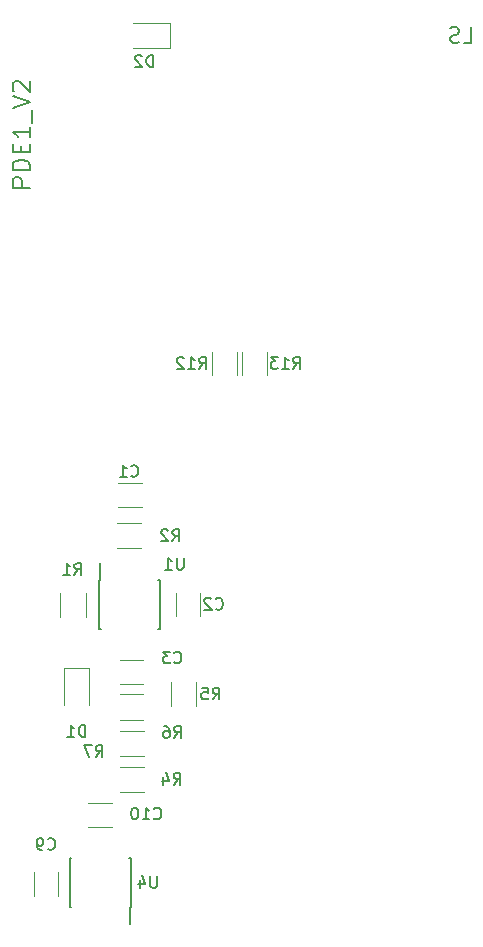
<source format=gbr>
G04 #@! TF.FileFunction,Legend,Bot*
%FSLAX46Y46*%
G04 Gerber Fmt 4.6, Leading zero omitted, Abs format (unit mm)*
G04 Created by KiCad (PCBNEW 4.0.6) date 08/22/19 22:43:54*
%MOMM*%
%LPD*%
G01*
G04 APERTURE LIST*
%ADD10C,0.100000*%
%ADD11C,0.170000*%
%ADD12C,0.150000*%
%ADD13C,0.120000*%
G04 APERTURE END LIST*
D10*
D11*
X153689571Y-62389285D02*
X152189571Y-62389285D01*
X152189571Y-61817857D01*
X152261000Y-61674999D01*
X152332429Y-61603571D01*
X152475286Y-61532142D01*
X152689571Y-61532142D01*
X152832429Y-61603571D01*
X152903857Y-61674999D01*
X152975286Y-61817857D01*
X152975286Y-62389285D01*
X153689571Y-60889285D02*
X152189571Y-60889285D01*
X152189571Y-60532142D01*
X152261000Y-60317857D01*
X152403857Y-60174999D01*
X152546714Y-60103571D01*
X152832429Y-60032142D01*
X153046714Y-60032142D01*
X153332429Y-60103571D01*
X153475286Y-60174999D01*
X153618143Y-60317857D01*
X153689571Y-60532142D01*
X153689571Y-60889285D01*
X152903857Y-59389285D02*
X152903857Y-58889285D01*
X153689571Y-58674999D02*
X153689571Y-59389285D01*
X152189571Y-59389285D01*
X152189571Y-58674999D01*
X153689571Y-57246428D02*
X153689571Y-58103571D01*
X153689571Y-57674999D02*
X152189571Y-57674999D01*
X152403857Y-57817856D01*
X152546714Y-57960714D01*
X152618143Y-58103571D01*
X153832429Y-56960714D02*
X153832429Y-55817857D01*
X152189571Y-55675000D02*
X153689571Y-55175000D01*
X152189571Y-54675000D01*
X152332429Y-54246429D02*
X152261000Y-54175000D01*
X152189571Y-54032143D01*
X152189571Y-53675000D01*
X152261000Y-53532143D01*
X152332429Y-53460714D01*
X152475286Y-53389286D01*
X152618143Y-53389286D01*
X152832429Y-53460714D01*
X153689571Y-54317857D01*
X153689571Y-53389286D01*
D12*
X190377667Y-50113095D02*
X190996714Y-50113095D01*
X190996714Y-48813095D01*
X190006238Y-50051190D02*
X189820524Y-50113095D01*
X189511000Y-50113095D01*
X189387190Y-50051190D01*
X189325286Y-49989286D01*
X189263381Y-49865476D01*
X189263381Y-49741667D01*
X189325286Y-49617857D01*
X189387190Y-49555952D01*
X189511000Y-49494048D01*
X189758619Y-49432143D01*
X189882428Y-49370238D01*
X189944333Y-49308333D01*
X190006238Y-49184524D01*
X190006238Y-49060714D01*
X189944333Y-48936905D01*
X189882428Y-48875000D01*
X189758619Y-48813095D01*
X189449095Y-48813095D01*
X189263381Y-48875000D01*
D13*
X163111000Y-89445000D02*
X161111000Y-89445000D01*
X161111000Y-87405000D02*
X163111000Y-87405000D01*
X168081000Y-96675000D02*
X168081000Y-98675000D01*
X166041000Y-98675000D02*
X166041000Y-96675000D01*
X163261000Y-104395000D02*
X161261000Y-104395000D01*
X161261000Y-102355000D02*
X163261000Y-102355000D01*
X156081000Y-120325000D02*
X156081000Y-122325000D01*
X154041000Y-122325000D02*
X154041000Y-120325000D01*
X158611000Y-114455000D02*
X160611000Y-114455000D01*
X160611000Y-116495000D02*
X158611000Y-116495000D01*
X156241000Y-96725000D02*
X156241000Y-98725000D01*
X158381000Y-98725000D02*
X158381000Y-96725000D01*
X163061000Y-90755000D02*
X161061000Y-90755000D01*
X161061000Y-92895000D02*
X163061000Y-92895000D01*
X161311000Y-113545000D02*
X163311000Y-113545000D01*
X163311000Y-111405000D02*
X161311000Y-111405000D01*
X167731000Y-106275000D02*
X167731000Y-104275000D01*
X165591000Y-104275000D02*
X165591000Y-106275000D01*
X163261000Y-105305000D02*
X161261000Y-105305000D01*
X161261000Y-107445000D02*
X163261000Y-107445000D01*
X161311000Y-110495000D02*
X163311000Y-110495000D01*
X163311000Y-108355000D02*
X161311000Y-108355000D01*
X171181000Y-78275000D02*
X171181000Y-76275000D01*
X169041000Y-76275000D02*
X169041000Y-78275000D01*
X173731000Y-78275000D02*
X173731000Y-76275000D01*
X171591000Y-76275000D02*
X171591000Y-78275000D01*
D12*
X159536000Y-95600000D02*
X159586000Y-95600000D01*
X159536000Y-99750000D02*
X159681000Y-99750000D01*
X164686000Y-99750000D02*
X164541000Y-99750000D01*
X164686000Y-95600000D02*
X164541000Y-95600000D01*
X159536000Y-95600000D02*
X159536000Y-99750000D01*
X164686000Y-95600000D02*
X164686000Y-99750000D01*
X159586000Y-95600000D02*
X159586000Y-94200000D01*
X162186000Y-123300000D02*
X162136000Y-123300000D01*
X162186000Y-119150000D02*
X162041000Y-119150000D01*
X157036000Y-119150000D02*
X157181000Y-119150000D01*
X157036000Y-123300000D02*
X157181000Y-123300000D01*
X162186000Y-123300000D02*
X162186000Y-119150000D01*
X157036000Y-123300000D02*
X157036000Y-119150000D01*
X162136000Y-123300000D02*
X162136000Y-124700000D01*
D13*
X156551000Y-103025000D02*
X158671000Y-103025000D01*
X156551000Y-106225000D02*
X156551000Y-103025000D01*
X158671000Y-103025000D02*
X158671000Y-106225000D01*
X165561000Y-48465000D02*
X165561000Y-50585000D01*
X162361000Y-48465000D02*
X165561000Y-48465000D01*
X165561000Y-50585000D02*
X162361000Y-50585000D01*
D12*
X162227666Y-86782143D02*
X162275285Y-86829762D01*
X162418142Y-86877381D01*
X162513380Y-86877381D01*
X162656238Y-86829762D01*
X162751476Y-86734524D01*
X162799095Y-86639286D01*
X162846714Y-86448810D01*
X162846714Y-86305952D01*
X162799095Y-86115476D01*
X162751476Y-86020238D01*
X162656238Y-85925000D01*
X162513380Y-85877381D01*
X162418142Y-85877381D01*
X162275285Y-85925000D01*
X162227666Y-85972619D01*
X161275285Y-86877381D02*
X161846714Y-86877381D01*
X161561000Y-86877381D02*
X161561000Y-85877381D01*
X161656238Y-86020238D01*
X161751476Y-86115476D01*
X161846714Y-86163095D01*
X169377666Y-98032143D02*
X169425285Y-98079762D01*
X169568142Y-98127381D01*
X169663380Y-98127381D01*
X169806238Y-98079762D01*
X169901476Y-97984524D01*
X169949095Y-97889286D01*
X169996714Y-97698810D01*
X169996714Y-97555952D01*
X169949095Y-97365476D01*
X169901476Y-97270238D01*
X169806238Y-97175000D01*
X169663380Y-97127381D01*
X169568142Y-97127381D01*
X169425285Y-97175000D01*
X169377666Y-97222619D01*
X168996714Y-97222619D02*
X168949095Y-97175000D01*
X168853857Y-97127381D01*
X168615761Y-97127381D01*
X168520523Y-97175000D01*
X168472904Y-97222619D01*
X168425285Y-97317857D01*
X168425285Y-97413095D01*
X168472904Y-97555952D01*
X169044333Y-98127381D01*
X168425285Y-98127381D01*
X165877666Y-102582143D02*
X165925285Y-102629762D01*
X166068142Y-102677381D01*
X166163380Y-102677381D01*
X166306238Y-102629762D01*
X166401476Y-102534524D01*
X166449095Y-102439286D01*
X166496714Y-102248810D01*
X166496714Y-102105952D01*
X166449095Y-101915476D01*
X166401476Y-101820238D01*
X166306238Y-101725000D01*
X166163380Y-101677381D01*
X166068142Y-101677381D01*
X165925285Y-101725000D01*
X165877666Y-101772619D01*
X165544333Y-101677381D02*
X164925285Y-101677381D01*
X165258619Y-102058333D01*
X165115761Y-102058333D01*
X165020523Y-102105952D01*
X164972904Y-102153571D01*
X164925285Y-102248810D01*
X164925285Y-102486905D01*
X164972904Y-102582143D01*
X165020523Y-102629762D01*
X165115761Y-102677381D01*
X165401476Y-102677381D01*
X165496714Y-102629762D01*
X165544333Y-102582143D01*
X155177666Y-118382143D02*
X155225285Y-118429762D01*
X155368142Y-118477381D01*
X155463380Y-118477381D01*
X155606238Y-118429762D01*
X155701476Y-118334524D01*
X155749095Y-118239286D01*
X155796714Y-118048810D01*
X155796714Y-117905952D01*
X155749095Y-117715476D01*
X155701476Y-117620238D01*
X155606238Y-117525000D01*
X155463380Y-117477381D01*
X155368142Y-117477381D01*
X155225285Y-117525000D01*
X155177666Y-117572619D01*
X154701476Y-118477381D02*
X154511000Y-118477381D01*
X154415761Y-118429762D01*
X154368142Y-118382143D01*
X154272904Y-118239286D01*
X154225285Y-118048810D01*
X154225285Y-117667857D01*
X154272904Y-117572619D01*
X154320523Y-117525000D01*
X154415761Y-117477381D01*
X154606238Y-117477381D01*
X154701476Y-117525000D01*
X154749095Y-117572619D01*
X154796714Y-117667857D01*
X154796714Y-117905952D01*
X154749095Y-118001190D01*
X154701476Y-118048810D01*
X154606238Y-118096429D01*
X154415761Y-118096429D01*
X154320523Y-118048810D01*
X154272904Y-118001190D01*
X154225285Y-117905952D01*
X164153857Y-115782143D02*
X164201476Y-115829762D01*
X164344333Y-115877381D01*
X164439571Y-115877381D01*
X164582429Y-115829762D01*
X164677667Y-115734524D01*
X164725286Y-115639286D01*
X164772905Y-115448810D01*
X164772905Y-115305952D01*
X164725286Y-115115476D01*
X164677667Y-115020238D01*
X164582429Y-114925000D01*
X164439571Y-114877381D01*
X164344333Y-114877381D01*
X164201476Y-114925000D01*
X164153857Y-114972619D01*
X163201476Y-115877381D02*
X163772905Y-115877381D01*
X163487191Y-115877381D02*
X163487191Y-114877381D01*
X163582429Y-115020238D01*
X163677667Y-115115476D01*
X163772905Y-115163095D01*
X162582429Y-114877381D02*
X162487190Y-114877381D01*
X162391952Y-114925000D01*
X162344333Y-114972619D01*
X162296714Y-115067857D01*
X162249095Y-115258333D01*
X162249095Y-115496429D01*
X162296714Y-115686905D01*
X162344333Y-115782143D01*
X162391952Y-115829762D01*
X162487190Y-115877381D01*
X162582429Y-115877381D01*
X162677667Y-115829762D01*
X162725286Y-115782143D01*
X162772905Y-115686905D01*
X162820524Y-115496429D01*
X162820524Y-115258333D01*
X162772905Y-115067857D01*
X162725286Y-114972619D01*
X162677667Y-114925000D01*
X162582429Y-114877381D01*
X157427666Y-95177381D02*
X157761000Y-94701190D01*
X157999095Y-95177381D02*
X157999095Y-94177381D01*
X157618142Y-94177381D01*
X157522904Y-94225000D01*
X157475285Y-94272619D01*
X157427666Y-94367857D01*
X157427666Y-94510714D01*
X157475285Y-94605952D01*
X157522904Y-94653571D01*
X157618142Y-94701190D01*
X157999095Y-94701190D01*
X156475285Y-95177381D02*
X157046714Y-95177381D01*
X156761000Y-95177381D02*
X156761000Y-94177381D01*
X156856238Y-94320238D01*
X156951476Y-94415476D01*
X157046714Y-94463095D01*
X165727666Y-92327381D02*
X166061000Y-91851190D01*
X166299095Y-92327381D02*
X166299095Y-91327381D01*
X165918142Y-91327381D01*
X165822904Y-91375000D01*
X165775285Y-91422619D01*
X165727666Y-91517857D01*
X165727666Y-91660714D01*
X165775285Y-91755952D01*
X165822904Y-91803571D01*
X165918142Y-91851190D01*
X166299095Y-91851190D01*
X165346714Y-91422619D02*
X165299095Y-91375000D01*
X165203857Y-91327381D01*
X164965761Y-91327381D01*
X164870523Y-91375000D01*
X164822904Y-91422619D01*
X164775285Y-91517857D01*
X164775285Y-91613095D01*
X164822904Y-91755952D01*
X165394333Y-92327381D01*
X164775285Y-92327381D01*
X165827666Y-112927381D02*
X166161000Y-112451190D01*
X166399095Y-112927381D02*
X166399095Y-111927381D01*
X166018142Y-111927381D01*
X165922904Y-111975000D01*
X165875285Y-112022619D01*
X165827666Y-112117857D01*
X165827666Y-112260714D01*
X165875285Y-112355952D01*
X165922904Y-112403571D01*
X166018142Y-112451190D01*
X166399095Y-112451190D01*
X164970523Y-112260714D02*
X164970523Y-112927381D01*
X165208619Y-111879762D02*
X165446714Y-112594048D01*
X164827666Y-112594048D01*
X169127666Y-105727381D02*
X169461000Y-105251190D01*
X169699095Y-105727381D02*
X169699095Y-104727381D01*
X169318142Y-104727381D01*
X169222904Y-104775000D01*
X169175285Y-104822619D01*
X169127666Y-104917857D01*
X169127666Y-105060714D01*
X169175285Y-105155952D01*
X169222904Y-105203571D01*
X169318142Y-105251190D01*
X169699095Y-105251190D01*
X168222904Y-104727381D02*
X168699095Y-104727381D01*
X168746714Y-105203571D01*
X168699095Y-105155952D01*
X168603857Y-105108333D01*
X168365761Y-105108333D01*
X168270523Y-105155952D01*
X168222904Y-105203571D01*
X168175285Y-105298810D01*
X168175285Y-105536905D01*
X168222904Y-105632143D01*
X168270523Y-105679762D01*
X168365761Y-105727381D01*
X168603857Y-105727381D01*
X168699095Y-105679762D01*
X168746714Y-105632143D01*
X165877666Y-108977381D02*
X166211000Y-108501190D01*
X166449095Y-108977381D02*
X166449095Y-107977381D01*
X166068142Y-107977381D01*
X165972904Y-108025000D01*
X165925285Y-108072619D01*
X165877666Y-108167857D01*
X165877666Y-108310714D01*
X165925285Y-108405952D01*
X165972904Y-108453571D01*
X166068142Y-108501190D01*
X166449095Y-108501190D01*
X165020523Y-107977381D02*
X165211000Y-107977381D01*
X165306238Y-108025000D01*
X165353857Y-108072619D01*
X165449095Y-108215476D01*
X165496714Y-108405952D01*
X165496714Y-108786905D01*
X165449095Y-108882143D01*
X165401476Y-108929762D01*
X165306238Y-108977381D01*
X165115761Y-108977381D01*
X165020523Y-108929762D01*
X164972904Y-108882143D01*
X164925285Y-108786905D01*
X164925285Y-108548810D01*
X164972904Y-108453571D01*
X165020523Y-108405952D01*
X165115761Y-108358333D01*
X165306238Y-108358333D01*
X165401476Y-108405952D01*
X165449095Y-108453571D01*
X165496714Y-108548810D01*
X159227666Y-110577381D02*
X159561000Y-110101190D01*
X159799095Y-110577381D02*
X159799095Y-109577381D01*
X159418142Y-109577381D01*
X159322904Y-109625000D01*
X159275285Y-109672619D01*
X159227666Y-109767857D01*
X159227666Y-109910714D01*
X159275285Y-110005952D01*
X159322904Y-110053571D01*
X159418142Y-110101190D01*
X159799095Y-110101190D01*
X158894333Y-109577381D02*
X158227666Y-109577381D01*
X158656238Y-110577381D01*
X168003857Y-77727381D02*
X168337191Y-77251190D01*
X168575286Y-77727381D02*
X168575286Y-76727381D01*
X168194333Y-76727381D01*
X168099095Y-76775000D01*
X168051476Y-76822619D01*
X168003857Y-76917857D01*
X168003857Y-77060714D01*
X168051476Y-77155952D01*
X168099095Y-77203571D01*
X168194333Y-77251190D01*
X168575286Y-77251190D01*
X167051476Y-77727381D02*
X167622905Y-77727381D01*
X167337191Y-77727381D02*
X167337191Y-76727381D01*
X167432429Y-76870238D01*
X167527667Y-76965476D01*
X167622905Y-77013095D01*
X166670524Y-76822619D02*
X166622905Y-76775000D01*
X166527667Y-76727381D01*
X166289571Y-76727381D01*
X166194333Y-76775000D01*
X166146714Y-76822619D01*
X166099095Y-76917857D01*
X166099095Y-77013095D01*
X166146714Y-77155952D01*
X166718143Y-77727381D01*
X166099095Y-77727381D01*
X175953857Y-77727381D02*
X176287191Y-77251190D01*
X176525286Y-77727381D02*
X176525286Y-76727381D01*
X176144333Y-76727381D01*
X176049095Y-76775000D01*
X176001476Y-76822619D01*
X175953857Y-76917857D01*
X175953857Y-77060714D01*
X176001476Y-77155952D01*
X176049095Y-77203571D01*
X176144333Y-77251190D01*
X176525286Y-77251190D01*
X175001476Y-77727381D02*
X175572905Y-77727381D01*
X175287191Y-77727381D02*
X175287191Y-76727381D01*
X175382429Y-76870238D01*
X175477667Y-76965476D01*
X175572905Y-77013095D01*
X174668143Y-76727381D02*
X174049095Y-76727381D01*
X174382429Y-77108333D01*
X174239571Y-77108333D01*
X174144333Y-77155952D01*
X174096714Y-77203571D01*
X174049095Y-77298810D01*
X174049095Y-77536905D01*
X174096714Y-77632143D01*
X174144333Y-77679762D01*
X174239571Y-77727381D01*
X174525286Y-77727381D01*
X174620524Y-77679762D01*
X174668143Y-77632143D01*
X166672905Y-93727381D02*
X166672905Y-94536905D01*
X166625286Y-94632143D01*
X166577667Y-94679762D01*
X166482429Y-94727381D01*
X166291952Y-94727381D01*
X166196714Y-94679762D01*
X166149095Y-94632143D01*
X166101476Y-94536905D01*
X166101476Y-93727381D01*
X165101476Y-94727381D02*
X165672905Y-94727381D01*
X165387191Y-94727381D02*
X165387191Y-93727381D01*
X165482429Y-93870238D01*
X165577667Y-93965476D01*
X165672905Y-94013095D01*
X164422905Y-120677381D02*
X164422905Y-121486905D01*
X164375286Y-121582143D01*
X164327667Y-121629762D01*
X164232429Y-121677381D01*
X164041952Y-121677381D01*
X163946714Y-121629762D01*
X163899095Y-121582143D01*
X163851476Y-121486905D01*
X163851476Y-120677381D01*
X162946714Y-121010714D02*
X162946714Y-121677381D01*
X163184810Y-120629762D02*
X163422905Y-121344048D01*
X162803857Y-121344048D01*
X158349095Y-108877381D02*
X158349095Y-107877381D01*
X158111000Y-107877381D01*
X157968142Y-107925000D01*
X157872904Y-108020238D01*
X157825285Y-108115476D01*
X157777666Y-108305952D01*
X157777666Y-108448810D01*
X157825285Y-108639286D01*
X157872904Y-108734524D01*
X157968142Y-108829762D01*
X158111000Y-108877381D01*
X158349095Y-108877381D01*
X156825285Y-108877381D02*
X157396714Y-108877381D01*
X157111000Y-108877381D02*
X157111000Y-107877381D01*
X157206238Y-108020238D01*
X157301476Y-108115476D01*
X157396714Y-108163095D01*
X164099095Y-52177381D02*
X164099095Y-51177381D01*
X163861000Y-51177381D01*
X163718142Y-51225000D01*
X163622904Y-51320238D01*
X163575285Y-51415476D01*
X163527666Y-51605952D01*
X163527666Y-51748810D01*
X163575285Y-51939286D01*
X163622904Y-52034524D01*
X163718142Y-52129762D01*
X163861000Y-52177381D01*
X164099095Y-52177381D01*
X163146714Y-51272619D02*
X163099095Y-51225000D01*
X163003857Y-51177381D01*
X162765761Y-51177381D01*
X162670523Y-51225000D01*
X162622904Y-51272619D01*
X162575285Y-51367857D01*
X162575285Y-51463095D01*
X162622904Y-51605952D01*
X163194333Y-52177381D01*
X162575285Y-52177381D01*
M02*

</source>
